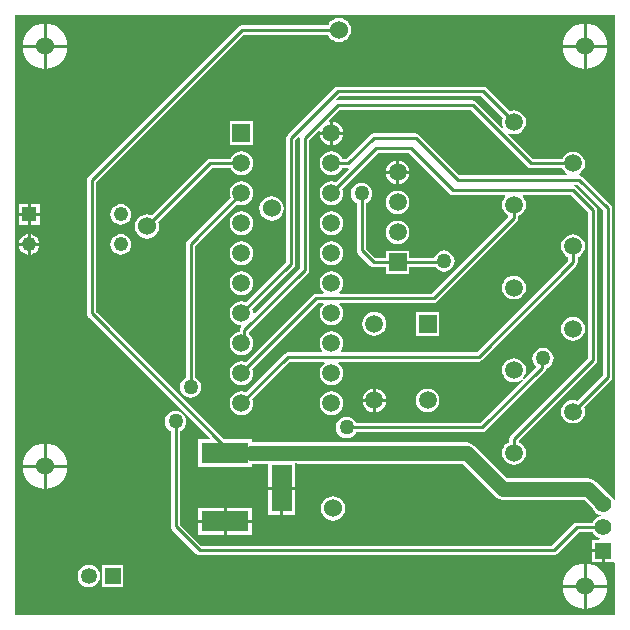
<source format=gbl>
G04*
G04 #@! TF.GenerationSoftware,Altium Limited,Altium Designer,19.1.7 (138)*
G04*
G04 Layer_Physical_Order=2*
G04 Layer_Color=16711680*
%FSLAX25Y25*%
%MOIN*%
G70*
G01*
G75*
%ADD15C,0.01000*%
%ADD22R,0.05906X0.05906*%
%ADD23R,0.05906X0.05906*%
%ADD45R,0.15748X0.07087*%
%ADD46R,0.07087X0.15748*%
%ADD47R,0.05315X0.05315*%
%ADD48C,0.05315*%
%ADD49C,0.06000*%
%ADD50C,0.04842*%
%ADD51R,0.04842X0.04842*%
%ADD52C,0.05906*%
%ADD53R,0.05512X0.05512*%
%ADD54C,0.05512*%
%ADD55C,0.05000*%
%ADD56C,0.05000*%
G36*
X200000Y200429D02*
X200000Y38991D01*
X199500Y38891D01*
X199281Y39421D01*
X198679Y40205D01*
X197894Y40807D01*
X197583Y40936D01*
X193594Y44925D01*
X192862Y45486D01*
X192011Y45839D01*
X191097Y45959D01*
X163962D01*
X152996Y56925D01*
X152265Y57486D01*
X151414Y57839D01*
X150500Y57959D01*
X94869D01*
X94391Y58022D01*
X84405D01*
X83926Y57959D01*
X78874D01*
Y58972D01*
X69620D01*
X27029Y101563D01*
Y144796D01*
X76134Y193900D01*
X104304D01*
X104506Y193412D01*
X105147Y192576D01*
X105983Y191935D01*
X106956Y191532D01*
X108000Y191395D01*
X109044Y191532D01*
X110017Y191935D01*
X110853Y192576D01*
X111494Y193412D01*
X111897Y194385D01*
X112034Y195429D01*
X111897Y196473D01*
X111494Y197446D01*
X110853Y198282D01*
X110017Y198923D01*
X109044Y199326D01*
X108000Y199464D01*
X106956Y199326D01*
X105983Y198923D01*
X105147Y198282D01*
X104506Y197446D01*
X104304Y196958D01*
X75500D01*
X74915Y196842D01*
X74419Y196511D01*
X24419Y146511D01*
X24087Y146014D01*
X23971Y145429D01*
Y100929D01*
X24087Y100344D01*
X24419Y99848D01*
X64832Y59434D01*
X64641Y58972D01*
X61126D01*
Y49886D01*
X78874D01*
Y50899D01*
X84342D01*
X84354Y50888D01*
Y43118D01*
X88898D01*
X93441D01*
Y50962D01*
X93975D01*
X94454Y50899D01*
X149038D01*
X160004Y39933D01*
X160735Y39372D01*
X161586Y39019D01*
X162500Y38899D01*
X189635D01*
X192590Y35944D01*
X192719Y35632D01*
X193321Y34848D01*
X194106Y34246D01*
X195019Y33867D01*
X195214Y33842D01*
Y33337D01*
X195019Y33312D01*
X194106Y32933D01*
X193321Y32331D01*
X192719Y31547D01*
X192568Y31182D01*
X187223D01*
X186638Y31065D01*
X186142Y30734D01*
X178867Y23459D01*
X62134D01*
X55029Y30563D01*
Y61774D01*
X55265Y61872D01*
X55996Y62433D01*
X56557Y63164D01*
X56910Y64016D01*
X57030Y64929D01*
X56910Y65843D01*
X56557Y66694D01*
X55996Y67425D01*
X55265Y67986D01*
X54414Y68339D01*
X53500Y68459D01*
X52586Y68339D01*
X51735Y67986D01*
X51004Y67425D01*
X50443Y66694D01*
X50090Y65843D01*
X49970Y64929D01*
X50090Y64016D01*
X50443Y63164D01*
X51004Y62433D01*
X51735Y61872D01*
X51971Y61774D01*
Y29929D01*
X52087Y29344D01*
X52419Y28848D01*
X60419Y20848D01*
X60915Y20516D01*
X61500Y20400D01*
X179500D01*
X180085Y20516D01*
X180581Y20848D01*
X187857Y28123D01*
X192568D01*
X192719Y27758D01*
X193321Y26974D01*
X194106Y26372D01*
X194920Y26034D01*
X194821Y25534D01*
X192244D01*
Y22278D01*
X196000D01*
Y21779D01*
X196500D01*
Y18023D01*
X199500D01*
X199756Y18023D01*
X200000Y17624D01*
Y429D01*
X0Y429D01*
X0Y200429D01*
X200000Y200429D01*
D02*
G37*
%LPC*%
G36*
X190500Y197487D02*
Y190500D01*
X197487D01*
X197391Y191470D01*
X196963Y192884D01*
X196266Y194187D01*
X195329Y195329D01*
X194187Y196266D01*
X192884Y196963D01*
X191470Y197391D01*
X190500Y197487D01*
D02*
G37*
G36*
X189500D02*
X188530Y197391D01*
X187116Y196963D01*
X185813Y196266D01*
X184671Y195329D01*
X183734Y194187D01*
X183037Y192884D01*
X182608Y191470D01*
X182513Y190500D01*
X189500D01*
Y197487D01*
D02*
G37*
G36*
X10500D02*
Y190500D01*
X17487D01*
X17391Y191470D01*
X16963Y192884D01*
X16266Y194187D01*
X15329Y195329D01*
X14187Y196266D01*
X12884Y196963D01*
X11470Y197391D01*
X10500Y197487D01*
D02*
G37*
G36*
X9500D02*
X8530Y197391D01*
X7116Y196963D01*
X5813Y196266D01*
X4671Y195329D01*
X3734Y194187D01*
X3037Y192884D01*
X2609Y191470D01*
X2513Y190500D01*
X9500D01*
Y197487D01*
D02*
G37*
G36*
X197487Y189500D02*
X190500D01*
Y182513D01*
X191470Y182608D01*
X192884Y183037D01*
X194187Y183734D01*
X195329Y184671D01*
X196266Y185813D01*
X196963Y187116D01*
X197391Y188530D01*
X197487Y189500D01*
D02*
G37*
G36*
X189500D02*
X182513D01*
X182608Y188530D01*
X183037Y187116D01*
X183734Y185813D01*
X184671Y184671D01*
X185813Y183734D01*
X187116Y183037D01*
X188530Y182608D01*
X189500Y182513D01*
Y189500D01*
D02*
G37*
G36*
X17487D02*
X10500D01*
Y182513D01*
X11470Y182608D01*
X12884Y183037D01*
X14187Y183734D01*
X15329Y184671D01*
X16266Y185813D01*
X16963Y187116D01*
X17391Y188530D01*
X17487Y189500D01*
D02*
G37*
G36*
X9500D02*
X2513D01*
X2609Y188530D01*
X3037Y187116D01*
X3734Y185813D01*
X4671Y184671D01*
X5813Y183734D01*
X7116Y183037D01*
X8530Y182608D01*
X9500Y182513D01*
Y189500D01*
D02*
G37*
G36*
X105993Y164898D02*
Y161476D01*
X109415D01*
X109344Y162008D01*
X108946Y162970D01*
X108313Y163796D01*
X107487Y164429D01*
X106525Y164827D01*
X105993Y164898D01*
D02*
G37*
G36*
X156095Y176459D02*
X107500D01*
X106915Y176342D01*
X106419Y176011D01*
X90885Y160477D01*
X90553Y159980D01*
X90437Y159395D01*
Y118082D01*
X76989Y104635D01*
X76525Y104827D01*
X75493Y104963D01*
X74462Y104827D01*
X73500Y104429D01*
X72674Y103796D01*
X72041Y102970D01*
X71642Y102008D01*
X71507Y100976D01*
X71642Y99945D01*
X72041Y98983D01*
X72674Y98157D01*
X73500Y97524D01*
X74462Y97125D01*
X75278Y97018D01*
X75473Y96506D01*
X75351Y96383D01*
X75019Y95887D01*
X74903Y95302D01*
Y94885D01*
X74462Y94827D01*
X73500Y94429D01*
X72674Y93796D01*
X72041Y92970D01*
X71642Y92008D01*
X71507Y90976D01*
X71642Y89944D01*
X72041Y88983D01*
X72674Y88157D01*
X73500Y87524D01*
X74462Y87125D01*
X75493Y86990D01*
X76525Y87125D01*
X77487Y87524D01*
X78313Y88157D01*
X78946Y88983D01*
X79344Y89944D01*
X79480Y90976D01*
X79344Y92008D01*
X78946Y92970D01*
X78313Y93796D01*
X77961Y94065D01*
Y94668D01*
X97581Y114288D01*
X97913Y114785D01*
X98029Y115370D01*
Y158796D01*
X101122Y161889D01*
X101596Y161655D01*
X101572Y161476D01*
X104993D01*
Y164898D01*
X104815Y164874D01*
X104581Y165348D01*
X108133Y168900D01*
X151866D01*
X170919Y149848D01*
X171415Y149516D01*
X172000Y149400D01*
X182355D01*
X182547Y148936D01*
X183181Y148110D01*
X184007Y147476D01*
X184050Y147459D01*
X183950Y146958D01*
X148134D01*
X134581Y160511D01*
X134085Y160842D01*
X133500Y160959D01*
X119500D01*
X118915Y160842D01*
X118419Y160511D01*
X110414Y152506D01*
X109138D01*
X108946Y152970D01*
X108313Y153796D01*
X107487Y154429D01*
X106525Y154827D01*
X105493Y154963D01*
X104462Y154827D01*
X103500Y154429D01*
X102674Y153796D01*
X102041Y152970D01*
X101642Y152008D01*
X101507Y150976D01*
X101642Y149944D01*
X102041Y148983D01*
X102674Y148157D01*
X103500Y147524D01*
X104462Y147125D01*
X105493Y146990D01*
X106525Y147125D01*
X107487Y147524D01*
X108313Y148157D01*
X108946Y148983D01*
X109138Y149447D01*
X111047D01*
X111106Y149459D01*
X111352Y148998D01*
X106989Y144635D01*
X106525Y144827D01*
X105493Y144963D01*
X104462Y144827D01*
X103500Y144429D01*
X102674Y143796D01*
X102041Y142970D01*
X101642Y142008D01*
X101507Y140976D01*
X101642Y139945D01*
X102041Y138983D01*
X102674Y138157D01*
X103500Y137524D01*
X104462Y137125D01*
X105493Y136990D01*
X106525Y137125D01*
X107487Y137524D01*
X108313Y138157D01*
X108946Y138983D01*
X109344Y139945D01*
X109480Y140976D01*
X109344Y142008D01*
X109152Y142472D01*
X121080Y154400D01*
X131367D01*
X144919Y140848D01*
X145415Y140516D01*
X146000Y140400D01*
X163319D01*
X163443Y139900D01*
X162862Y139143D01*
X162464Y138181D01*
X162328Y137150D01*
X162464Y136118D01*
X162862Y135156D01*
X163496Y134330D01*
X164322Y133697D01*
X164375Y133675D01*
X164493Y133085D01*
X138866Y107458D01*
X108223D01*
X108054Y107958D01*
X108313Y108157D01*
X108946Y108983D01*
X109344Y109944D01*
X109480Y110976D01*
X109344Y112008D01*
X108946Y112970D01*
X108313Y113796D01*
X107487Y114429D01*
X106525Y114827D01*
X105493Y114963D01*
X104462Y114827D01*
X103500Y114429D01*
X102674Y113796D01*
X102041Y112970D01*
X101642Y112008D01*
X101507Y110976D01*
X101642Y109944D01*
X102041Y108983D01*
X102674Y108157D01*
X102933Y107958D01*
X102764Y107458D01*
X100446D01*
X99861Y107342D01*
X99365Y107011D01*
X76989Y84635D01*
X76525Y84827D01*
X75493Y84963D01*
X74462Y84827D01*
X73500Y84429D01*
X72674Y83796D01*
X72041Y82970D01*
X71642Y82008D01*
X71507Y80976D01*
X71642Y79944D01*
X72041Y78983D01*
X72674Y78157D01*
X73500Y77524D01*
X74462Y77125D01*
X75493Y76990D01*
X76525Y77125D01*
X77487Y77524D01*
X78313Y78157D01*
X78946Y78983D01*
X79344Y79944D01*
X79480Y80976D01*
X79344Y82008D01*
X79152Y82472D01*
X101080Y104400D01*
X102684D01*
X102845Y103926D01*
X102674Y103796D01*
X102041Y102970D01*
X101642Y102008D01*
X101507Y100976D01*
X101642Y99945D01*
X102041Y98983D01*
X102674Y98157D01*
X103500Y97524D01*
X104462Y97125D01*
X105493Y96990D01*
X106525Y97125D01*
X107487Y97524D01*
X108313Y98157D01*
X108946Y98983D01*
X109344Y99945D01*
X109480Y100976D01*
X109344Y102008D01*
X108946Y102970D01*
X108313Y103796D01*
X108142Y103926D01*
X108303Y104400D01*
X139500D01*
X140085Y104516D01*
X140582Y104848D01*
X167349Y131615D01*
X167681Y132112D01*
X167797Y132697D01*
Y133485D01*
X168308Y133697D01*
X169134Y134330D01*
X169768Y135156D01*
X170166Y136118D01*
X170302Y137150D01*
X170166Y138181D01*
X169768Y139143D01*
X169187Y139900D01*
X169311Y140400D01*
X185366D01*
X190971Y134796D01*
Y86063D01*
X165234Y60325D01*
X164902Y59829D01*
X164786Y59244D01*
Y58117D01*
X164322Y57925D01*
X163496Y57292D01*
X162862Y56466D01*
X162464Y55504D01*
X162328Y54472D01*
X162464Y53441D01*
X162862Y52479D01*
X163496Y51653D01*
X164322Y51020D01*
X165283Y50621D01*
X166315Y50486D01*
X167347Y50621D01*
X168308Y51020D01*
X169134Y51653D01*
X169768Y52479D01*
X170166Y53441D01*
X170302Y54472D01*
X170166Y55504D01*
X169768Y56466D01*
X169134Y57292D01*
X168308Y57925D01*
X167844Y58117D01*
Y58611D01*
X193581Y84348D01*
X193913Y84844D01*
X194029Y85429D01*
Y135429D01*
X193913Y136014D01*
X193581Y136511D01*
X187082Y143011D01*
X186585Y143342D01*
X186295Y143400D01*
X186345Y143900D01*
X187366D01*
X195971Y135296D01*
Y80386D01*
X187496Y71911D01*
X187032Y72103D01*
X186000Y72239D01*
X184968Y72103D01*
X184007Y71705D01*
X183181Y71071D01*
X182547Y70245D01*
X182149Y69284D01*
X182013Y68252D01*
X182149Y67220D01*
X182547Y66259D01*
X183181Y65433D01*
X184007Y64799D01*
X184968Y64401D01*
X186000Y64265D01*
X187032Y64401D01*
X187994Y64799D01*
X188819Y65433D01*
X189453Y66259D01*
X189851Y67220D01*
X189987Y68252D01*
X189851Y69284D01*
X189659Y69748D01*
X198582Y78671D01*
X198913Y79167D01*
X199029Y79752D01*
Y135929D01*
X198913Y136514D01*
X198582Y137011D01*
X189082Y146511D01*
X188585Y146842D01*
X188034Y146952D01*
X188006Y146997D01*
X187994Y147476D01*
X188819Y148110D01*
X189453Y148936D01*
X189851Y149897D01*
X189987Y150929D01*
X189851Y151961D01*
X189453Y152923D01*
X188819Y153748D01*
X187994Y154382D01*
X187032Y154780D01*
X186000Y154916D01*
X184968Y154780D01*
X184007Y154382D01*
X183181Y153748D01*
X182547Y152923D01*
X182355Y152459D01*
X172634D01*
X164417Y160675D01*
X164700Y161099D01*
X165283Y160858D01*
X166315Y160722D01*
X167347Y160858D01*
X168308Y161256D01*
X169134Y161890D01*
X169768Y162715D01*
X170166Y163677D01*
X170302Y164709D01*
X170166Y165741D01*
X169768Y166702D01*
X169134Y167528D01*
X168308Y168161D01*
X167347Y168560D01*
X166315Y168695D01*
X165283Y168560D01*
X164819Y168368D01*
X157176Y176011D01*
X156680Y176342D01*
X156095Y176459D01*
D02*
G37*
G36*
X109415Y160476D02*
X105993D01*
Y157055D01*
X106525Y157125D01*
X107487Y157524D01*
X108313Y158157D01*
X108946Y158983D01*
X109344Y159944D01*
X109415Y160476D01*
D02*
G37*
G36*
X104993D02*
X101572D01*
X101642Y159944D01*
X102041Y158983D01*
X102674Y158157D01*
X103500Y157524D01*
X104462Y157125D01*
X104993Y157055D01*
Y160476D01*
D02*
G37*
G36*
X79446Y164929D02*
X71541D01*
Y157024D01*
X79446D01*
Y164929D01*
D02*
G37*
G36*
X128000Y151850D02*
Y148429D01*
X131421D01*
X131351Y148961D01*
X130953Y149923D01*
X130319Y150748D01*
X129493Y151382D01*
X128532Y151780D01*
X128000Y151850D01*
D02*
G37*
G36*
X127000D02*
X126468Y151780D01*
X125507Y151382D01*
X124681Y150748D01*
X124047Y149923D01*
X123649Y148961D01*
X123579Y148429D01*
X127000D01*
Y151850D01*
D02*
G37*
G36*
X75493Y154963D02*
X74462Y154827D01*
X73500Y154429D01*
X72674Y153796D01*
X72041Y152970D01*
X71848Y152506D01*
X65047D01*
X64462Y152389D01*
X63966Y152058D01*
X45532Y133624D01*
X45044Y133826D01*
X44000Y133964D01*
X42956Y133826D01*
X41983Y133423D01*
X41147Y132782D01*
X40506Y131946D01*
X40103Y130973D01*
X39966Y129929D01*
X40103Y128885D01*
X40506Y127912D01*
X41147Y127076D01*
X41983Y126435D01*
X42956Y126032D01*
X44000Y125895D01*
X45044Y126032D01*
X46017Y126435D01*
X46853Y127076D01*
X47494Y127912D01*
X47897Y128885D01*
X48035Y129929D01*
X47897Y130973D01*
X47695Y131461D01*
X65681Y149447D01*
X71848D01*
X72041Y148983D01*
X72674Y148157D01*
X73500Y147524D01*
X74462Y147125D01*
X75493Y146990D01*
X76525Y147125D01*
X77487Y147524D01*
X78313Y148157D01*
X78946Y148983D01*
X79344Y149944D01*
X79480Y150976D01*
X79344Y152008D01*
X78946Y152970D01*
X78313Y153796D01*
X77487Y154429D01*
X76525Y154827D01*
X75493Y154963D01*
D02*
G37*
G36*
X131421Y147429D02*
X128000D01*
Y144008D01*
X128532Y144078D01*
X129493Y144476D01*
X130319Y145110D01*
X130953Y145936D01*
X131351Y146897D01*
X131421Y147429D01*
D02*
G37*
G36*
X127000D02*
X123579D01*
X123649Y146897D01*
X124047Y145936D01*
X124681Y145110D01*
X125507Y144476D01*
X126468Y144078D01*
X127000Y144008D01*
Y147429D01*
D02*
G37*
G36*
X75493Y144963D02*
X74462Y144827D01*
X73500Y144429D01*
X72674Y143796D01*
X72041Y142970D01*
X71642Y142008D01*
X71507Y140976D01*
X71642Y139945D01*
X71835Y139480D01*
X57419Y125064D01*
X57087Y124568D01*
X56971Y123983D01*
Y79584D01*
X56735Y79486D01*
X56004Y78925D01*
X55443Y78194D01*
X55090Y77343D01*
X54970Y76429D01*
X55090Y75516D01*
X55443Y74664D01*
X56004Y73933D01*
X56735Y73372D01*
X57586Y73019D01*
X58500Y72899D01*
X59414Y73019D01*
X60265Y73372D01*
X60996Y73933D01*
X61557Y74664D01*
X61910Y75516D01*
X62030Y76429D01*
X61910Y77343D01*
X61557Y78194D01*
X60996Y78925D01*
X60265Y79486D01*
X60029Y79584D01*
Y123349D01*
X73997Y137318D01*
X74462Y137125D01*
X75493Y136990D01*
X76525Y137125D01*
X77487Y137524D01*
X78313Y138157D01*
X78946Y138983D01*
X79344Y139945D01*
X79480Y140976D01*
X79344Y142008D01*
X78946Y142970D01*
X78313Y143796D01*
X77487Y144429D01*
X76525Y144827D01*
X75493Y144963D01*
D02*
G37*
G36*
X8165Y137350D02*
X5244D01*
Y134429D01*
X8165D01*
Y137350D01*
D02*
G37*
G36*
X4244D02*
X1323D01*
Y134429D01*
X4244D01*
Y137350D01*
D02*
G37*
G36*
X127500Y141916D02*
X126468Y141780D01*
X125507Y141382D01*
X124681Y140748D01*
X124047Y139923D01*
X123649Y138961D01*
X123513Y137929D01*
X123649Y136897D01*
X124047Y135936D01*
X124681Y135110D01*
X125507Y134476D01*
X126468Y134078D01*
X127500Y133942D01*
X128532Y134078D01*
X129493Y134476D01*
X130319Y135110D01*
X130953Y135936D01*
X131351Y136897D01*
X131487Y137929D01*
X131351Y138961D01*
X130953Y139923D01*
X130319Y140748D01*
X129493Y141382D01*
X128532Y141780D01*
X127500Y141916D01*
D02*
G37*
G36*
X85529Y139964D02*
X84485Y139826D01*
X83512Y139423D01*
X82677Y138782D01*
X82035Y137946D01*
X81632Y136973D01*
X81495Y135929D01*
X81632Y134885D01*
X82035Y133912D01*
X82677Y133076D01*
X83512Y132435D01*
X84485Y132032D01*
X85529Y131895D01*
X86574Y132032D01*
X87547Y132435D01*
X88382Y133076D01*
X89023Y133912D01*
X89426Y134885D01*
X89564Y135929D01*
X89426Y136973D01*
X89023Y137946D01*
X88382Y138782D01*
X87547Y139423D01*
X86574Y139826D01*
X85529Y139964D01*
D02*
G37*
G36*
X8165Y133429D02*
X5244D01*
Y130508D01*
X8165D01*
Y133429D01*
D02*
G37*
G36*
X4244D02*
X1323D01*
Y130508D01*
X4244D01*
Y133429D01*
D02*
G37*
G36*
X35256Y137380D02*
X34363Y137262D01*
X33531Y136918D01*
X32816Y136369D01*
X32267Y135654D01*
X31923Y134822D01*
X31805Y133929D01*
X31923Y133036D01*
X32267Y132204D01*
X32816Y131489D01*
X33531Y130941D01*
X34363Y130596D01*
X35256Y130478D01*
X36149Y130596D01*
X36981Y130941D01*
X37696Y131489D01*
X38244Y132204D01*
X38589Y133036D01*
X38707Y133929D01*
X38589Y134822D01*
X38244Y135654D01*
X37696Y136369D01*
X36981Y136918D01*
X36149Y137262D01*
X35256Y137380D01*
D02*
G37*
G36*
X105493Y134963D02*
X104462Y134827D01*
X103500Y134429D01*
X102674Y133796D01*
X102041Y132970D01*
X101642Y132008D01*
X101507Y130976D01*
X101642Y129945D01*
X102041Y128983D01*
X102674Y128157D01*
X103500Y127524D01*
X104462Y127125D01*
X105493Y126990D01*
X106525Y127125D01*
X107487Y127524D01*
X108313Y128157D01*
X108946Y128983D01*
X109344Y129945D01*
X109480Y130976D01*
X109344Y132008D01*
X108946Y132970D01*
X108313Y133796D01*
X107487Y134429D01*
X106525Y134827D01*
X105493Y134963D01*
D02*
G37*
G36*
X75493D02*
X74462Y134827D01*
X73500Y134429D01*
X72674Y133796D01*
X72041Y132970D01*
X71642Y132008D01*
X71507Y130976D01*
X71642Y129945D01*
X72041Y128983D01*
X72674Y128157D01*
X73500Y127524D01*
X74462Y127125D01*
X75493Y126990D01*
X76525Y127125D01*
X77487Y127524D01*
X78313Y128157D01*
X78946Y128983D01*
X79344Y129945D01*
X79480Y130976D01*
X79344Y132008D01*
X78946Y132970D01*
X78313Y133796D01*
X77487Y134429D01*
X76525Y134827D01*
X75493Y134963D01*
D02*
G37*
G36*
X5244Y127314D02*
Y124429D01*
X8129D01*
X8077Y124822D01*
X7733Y125654D01*
X7184Y126369D01*
X6470Y126918D01*
X5637Y127262D01*
X5244Y127314D01*
D02*
G37*
G36*
X4244D02*
X3851Y127262D01*
X3019Y126918D01*
X2304Y126369D01*
X1756Y125654D01*
X1411Y124822D01*
X1359Y124429D01*
X4244D01*
Y127314D01*
D02*
G37*
G36*
X127500Y131916D02*
X126468Y131780D01*
X125507Y131382D01*
X124681Y130748D01*
X124047Y129923D01*
X123649Y128961D01*
X123513Y127929D01*
X123649Y126897D01*
X124047Y125936D01*
X124681Y125110D01*
X125507Y124476D01*
X126468Y124078D01*
X127500Y123942D01*
X128532Y124078D01*
X129493Y124476D01*
X130319Y125110D01*
X130953Y125936D01*
X131351Y126897D01*
X131487Y127929D01*
X131351Y128961D01*
X130953Y129923D01*
X130319Y130748D01*
X129493Y131382D01*
X128532Y131780D01*
X127500Y131916D01*
D02*
G37*
G36*
X8129Y123429D02*
X5244D01*
Y120544D01*
X5637Y120596D01*
X6470Y120941D01*
X7184Y121489D01*
X7733Y122204D01*
X8077Y123036D01*
X8129Y123429D01*
D02*
G37*
G36*
X4244D02*
X1359D01*
X1411Y123036D01*
X1756Y122204D01*
X2304Y121489D01*
X3019Y120941D01*
X3851Y120596D01*
X4244Y120544D01*
Y123429D01*
D02*
G37*
G36*
X35256Y127380D02*
X34363Y127262D01*
X33531Y126918D01*
X32816Y126369D01*
X32267Y125654D01*
X31923Y124822D01*
X31805Y123929D01*
X31923Y123036D01*
X32267Y122204D01*
X32816Y121489D01*
X33531Y120941D01*
X34363Y120596D01*
X35256Y120478D01*
X36149Y120596D01*
X36981Y120941D01*
X37696Y121489D01*
X38244Y122204D01*
X38589Y123036D01*
X38707Y123929D01*
X38589Y124822D01*
X38244Y125654D01*
X37696Y126369D01*
X36981Y126918D01*
X36149Y127262D01*
X35256Y127380D01*
D02*
G37*
G36*
X105493Y124963D02*
X104462Y124827D01*
X103500Y124429D01*
X102674Y123796D01*
X102041Y122970D01*
X101642Y122008D01*
X101507Y120976D01*
X101642Y119945D01*
X102041Y118983D01*
X102674Y118157D01*
X103500Y117524D01*
X104462Y117125D01*
X105493Y116990D01*
X106525Y117125D01*
X107487Y117524D01*
X108313Y118157D01*
X108946Y118983D01*
X109344Y119945D01*
X109480Y120976D01*
X109344Y122008D01*
X108946Y122970D01*
X108313Y123796D01*
X107487Y124429D01*
X106525Y124827D01*
X105493Y124963D01*
D02*
G37*
G36*
X75493D02*
X74462Y124827D01*
X73500Y124429D01*
X72674Y123796D01*
X72041Y122970D01*
X71642Y122008D01*
X71507Y120976D01*
X71642Y119945D01*
X72041Y118983D01*
X72674Y118157D01*
X73500Y117524D01*
X74462Y117125D01*
X75493Y116990D01*
X76525Y117125D01*
X77487Y117524D01*
X78313Y118157D01*
X78946Y118983D01*
X79344Y119945D01*
X79480Y120976D01*
X79344Y122008D01*
X78946Y122970D01*
X78313Y123796D01*
X77487Y124429D01*
X76525Y124827D01*
X75493Y124963D01*
D02*
G37*
G36*
X115500Y144459D02*
X114586Y144339D01*
X113735Y143986D01*
X113004Y143425D01*
X112443Y142694D01*
X112090Y141843D01*
X111970Y140929D01*
X112090Y140015D01*
X112443Y139164D01*
X113004Y138433D01*
X113735Y137872D01*
X113971Y137774D01*
Y121929D01*
X114087Y121344D01*
X114419Y120848D01*
X118419Y116848D01*
X118915Y116516D01*
X119500Y116400D01*
X123547D01*
Y113976D01*
X131453D01*
Y116400D01*
X140146D01*
X140504Y115933D01*
X141235Y115372D01*
X142086Y115019D01*
X143000Y114899D01*
X143914Y115019D01*
X144765Y115372D01*
X145496Y115933D01*
X146057Y116664D01*
X146410Y117516D01*
X146530Y118429D01*
X146410Y119343D01*
X146057Y120194D01*
X145496Y120925D01*
X144765Y121486D01*
X143914Y121839D01*
X143000Y121959D01*
X142086Y121839D01*
X141235Y121486D01*
X140504Y120925D01*
X139943Y120194D01*
X139638Y119458D01*
X131453D01*
Y121882D01*
X123547D01*
Y119458D01*
X120133D01*
X117029Y122563D01*
Y137774D01*
X117265Y137872D01*
X117996Y138433D01*
X118557Y139164D01*
X118910Y140015D01*
X119030Y140929D01*
X118910Y141843D01*
X118557Y142694D01*
X117996Y143425D01*
X117265Y143986D01*
X116414Y144339D01*
X115500Y144459D01*
D02*
G37*
G36*
X75493Y114963D02*
X74462Y114827D01*
X73500Y114429D01*
X72674Y113796D01*
X72041Y112970D01*
X71642Y112008D01*
X71507Y110976D01*
X71642Y109944D01*
X72041Y108983D01*
X72674Y108157D01*
X73500Y107524D01*
X74462Y107125D01*
X75493Y106990D01*
X76525Y107125D01*
X77487Y107524D01*
X78313Y108157D01*
X78946Y108983D01*
X79344Y109944D01*
X79480Y110976D01*
X79344Y112008D01*
X78946Y112970D01*
X78313Y113796D01*
X77487Y114429D01*
X76525Y114827D01*
X75493Y114963D01*
D02*
G37*
G36*
X166315Y113577D02*
X165283Y113442D01*
X164322Y113043D01*
X163496Y112410D01*
X162862Y111584D01*
X162464Y110622D01*
X162328Y109591D01*
X162464Y108559D01*
X162862Y107597D01*
X163496Y106771D01*
X164322Y106138D01*
X165283Y105739D01*
X166315Y105604D01*
X167347Y105739D01*
X168308Y106138D01*
X169134Y106771D01*
X169768Y107597D01*
X170166Y108559D01*
X170302Y109591D01*
X170166Y110622D01*
X169768Y111584D01*
X169134Y112410D01*
X168308Y113043D01*
X167347Y113442D01*
X166315Y113577D01*
D02*
G37*
G36*
X141453Y101472D02*
X133547D01*
Y93567D01*
X141453D01*
Y101472D01*
D02*
G37*
G36*
X119783Y101507D02*
X118752Y101371D01*
X117790Y100972D01*
X116964Y100339D01*
X116331Y99513D01*
X115933Y98552D01*
X115797Y97520D01*
X115933Y96488D01*
X116331Y95526D01*
X116964Y94700D01*
X117790Y94067D01*
X118752Y93669D01*
X119783Y93533D01*
X120815Y93669D01*
X121777Y94067D01*
X122603Y94700D01*
X123236Y95526D01*
X123635Y96488D01*
X123770Y97520D01*
X123635Y98552D01*
X123236Y99513D01*
X122603Y100339D01*
X121777Y100972D01*
X120815Y101371D01*
X119783Y101507D01*
D02*
G37*
G36*
X186000Y99798D02*
X184968Y99662D01*
X184007Y99264D01*
X183181Y98630D01*
X182547Y97804D01*
X182149Y96843D01*
X182013Y95811D01*
X182149Y94779D01*
X182547Y93818D01*
X183181Y92992D01*
X184007Y92358D01*
X184968Y91960D01*
X186000Y91824D01*
X187032Y91960D01*
X187994Y92358D01*
X188819Y92992D01*
X189453Y93818D01*
X189851Y94779D01*
X189987Y95811D01*
X189851Y96843D01*
X189453Y97804D01*
X188819Y98630D01*
X187994Y99264D01*
X187032Y99662D01*
X186000Y99798D01*
D02*
G37*
G36*
Y127357D02*
X184968Y127221D01*
X184007Y126823D01*
X183181Y126189D01*
X182547Y125364D01*
X182149Y124402D01*
X182013Y123370D01*
X182149Y122338D01*
X182547Y121377D01*
X183181Y120551D01*
X184007Y119917D01*
X184471Y119725D01*
Y118563D01*
X153867Y87959D01*
X108790D01*
X108544Y88459D01*
X108946Y88983D01*
X109344Y89944D01*
X109480Y90976D01*
X109344Y92008D01*
X108946Y92970D01*
X108313Y93796D01*
X107487Y94429D01*
X106525Y94827D01*
X105493Y94963D01*
X104462Y94827D01*
X103500Y94429D01*
X102674Y93796D01*
X102041Y92970D01*
X101642Y92008D01*
X101507Y90976D01*
X101642Y89944D01*
X102041Y88983D01*
X102443Y88459D01*
X102197Y87959D01*
X90946D01*
X90361Y87842D01*
X89865Y87511D01*
X76989Y74635D01*
X76525Y74827D01*
X75493Y74963D01*
X74462Y74827D01*
X73500Y74429D01*
X72674Y73796D01*
X72041Y72970D01*
X71642Y72008D01*
X71507Y70976D01*
X71642Y69945D01*
X72041Y68983D01*
X72674Y68157D01*
X73500Y67524D01*
X74462Y67125D01*
X75493Y66990D01*
X76525Y67125D01*
X77487Y67524D01*
X78313Y68157D01*
X78946Y68983D01*
X79344Y69945D01*
X79480Y70976D01*
X79344Y72008D01*
X79152Y72472D01*
X91580Y84900D01*
X103147D01*
X103463Y84455D01*
X103462Y84400D01*
X102674Y83796D01*
X102041Y82970D01*
X101642Y82008D01*
X101507Y80976D01*
X101642Y79944D01*
X102041Y78983D01*
X102674Y78157D01*
X103500Y77524D01*
X104462Y77125D01*
X105493Y76990D01*
X106525Y77125D01*
X107487Y77524D01*
X108313Y78157D01*
X108946Y78983D01*
X109344Y79944D01*
X109480Y80976D01*
X109344Y82008D01*
X108946Y82970D01*
X108313Y83796D01*
X107525Y84400D01*
X107524Y84455D01*
X107840Y84900D01*
X154500D01*
X155085Y85016D01*
X155581Y85348D01*
X187082Y116848D01*
X187413Y117344D01*
X187529Y117929D01*
Y119725D01*
X187994Y119917D01*
X188819Y120551D01*
X189453Y121377D01*
X189851Y122338D01*
X189987Y123370D01*
X189851Y124402D01*
X189453Y125364D01*
X188819Y126189D01*
X187994Y126823D01*
X187032Y127221D01*
X186000Y127357D01*
D02*
G37*
G36*
X176000Y89459D02*
X175086Y89339D01*
X174235Y88986D01*
X173504Y88425D01*
X172943Y87694D01*
X172590Y86843D01*
X172470Y85929D01*
X172590Y85015D01*
X172943Y84164D01*
X173504Y83433D01*
X173535Y82955D01*
X169673Y79094D01*
X169297Y79424D01*
X169768Y80038D01*
X170166Y81000D01*
X170302Y82032D01*
X170166Y83063D01*
X169768Y84025D01*
X169134Y84851D01*
X168308Y85484D01*
X167347Y85883D01*
X166315Y86018D01*
X165283Y85883D01*
X164322Y85484D01*
X163496Y84851D01*
X162862Y84025D01*
X162464Y83063D01*
X162328Y82032D01*
X162464Y81000D01*
X162862Y80038D01*
X163496Y79212D01*
X164322Y78579D01*
X165283Y78180D01*
X166315Y78045D01*
X167347Y78180D01*
X168308Y78579D01*
X168922Y79050D01*
X169253Y78673D01*
X155038Y64459D01*
X113655D01*
X113557Y64694D01*
X112996Y65425D01*
X112265Y65986D01*
X111414Y66339D01*
X110500Y66459D01*
X109586Y66339D01*
X108735Y65986D01*
X108004Y65425D01*
X107443Y64694D01*
X107090Y63843D01*
X106970Y62929D01*
X107090Y62015D01*
X107443Y61164D01*
X108004Y60433D01*
X108735Y59872D01*
X109586Y59519D01*
X110500Y59399D01*
X111414Y59519D01*
X112265Y59872D01*
X112996Y60433D01*
X113557Y61164D01*
X113655Y61400D01*
X155672D01*
X156257Y61516D01*
X156753Y61848D01*
X176582Y81676D01*
X176913Y82172D01*
X176988Y82550D01*
X177765Y82872D01*
X178496Y83433D01*
X179057Y84164D01*
X179410Y85015D01*
X179530Y85929D01*
X179410Y86843D01*
X179057Y87694D01*
X178496Y88425D01*
X177765Y88986D01*
X176914Y89339D01*
X176000Y89459D01*
D02*
G37*
G36*
X120283Y75850D02*
Y72429D01*
X123705D01*
X123635Y72961D01*
X123236Y73923D01*
X122603Y74748D01*
X121777Y75382D01*
X120815Y75780D01*
X120283Y75850D01*
D02*
G37*
G36*
X119283D02*
X118752Y75780D01*
X117790Y75382D01*
X116964Y74748D01*
X116331Y73923D01*
X115933Y72961D01*
X115862Y72429D01*
X119283D01*
Y75850D01*
D02*
G37*
G36*
X123705Y71429D02*
X120283D01*
Y68008D01*
X120815Y68078D01*
X121777Y68476D01*
X122603Y69110D01*
X123236Y69936D01*
X123635Y70897D01*
X123705Y71429D01*
D02*
G37*
G36*
X119283D02*
X115862D01*
X115933Y70897D01*
X116331Y69936D01*
X116964Y69110D01*
X117790Y68476D01*
X118752Y68078D01*
X119283Y68008D01*
Y71429D01*
D02*
G37*
G36*
X137500Y75916D02*
X136468Y75780D01*
X135507Y75382D01*
X134681Y74748D01*
X134047Y73923D01*
X133649Y72961D01*
X133513Y71929D01*
X133649Y70897D01*
X134047Y69936D01*
X134681Y69110D01*
X135507Y68476D01*
X136468Y68078D01*
X137500Y67942D01*
X138532Y68078D01*
X139494Y68476D01*
X140319Y69110D01*
X140953Y69936D01*
X141351Y70897D01*
X141487Y71929D01*
X141351Y72961D01*
X140953Y73923D01*
X140319Y74748D01*
X139494Y75382D01*
X138532Y75780D01*
X137500Y75916D01*
D02*
G37*
G36*
X105493Y74963D02*
X104462Y74827D01*
X103500Y74429D01*
X102674Y73796D01*
X102041Y72970D01*
X101642Y72008D01*
X101507Y70976D01*
X101642Y69945D01*
X102041Y68983D01*
X102674Y68157D01*
X103500Y67524D01*
X104462Y67125D01*
X105493Y66990D01*
X106525Y67125D01*
X107487Y67524D01*
X108313Y68157D01*
X108946Y68983D01*
X109344Y69945D01*
X109480Y70976D01*
X109344Y72008D01*
X108946Y72970D01*
X108313Y73796D01*
X107487Y74429D01*
X106525Y74827D01*
X105493Y74963D01*
D02*
G37*
G36*
X10500Y57487D02*
Y50500D01*
X17487D01*
X17391Y51470D01*
X16963Y52884D01*
X16266Y54187D01*
X15329Y55329D01*
X14187Y56266D01*
X12884Y56963D01*
X11470Y57392D01*
X10500Y57487D01*
D02*
G37*
G36*
X9500D02*
X8530Y57392D01*
X7116Y56963D01*
X5813Y56266D01*
X4671Y55329D01*
X3734Y54187D01*
X3037Y52884D01*
X2609Y51470D01*
X2513Y50500D01*
X9500D01*
Y57487D01*
D02*
G37*
G36*
X17487Y49500D02*
X10500D01*
Y42513D01*
X11470Y42608D01*
X12884Y43037D01*
X14187Y43734D01*
X15329Y44671D01*
X16266Y45813D01*
X16963Y47116D01*
X17391Y48530D01*
X17487Y49500D01*
D02*
G37*
G36*
X9500D02*
X2513D01*
X2609Y48530D01*
X3037Y47116D01*
X3734Y45813D01*
X4671Y44671D01*
X5813Y43734D01*
X7116Y43037D01*
X8530Y42608D01*
X9500Y42513D01*
Y49500D01*
D02*
G37*
G36*
X93441Y42118D02*
X89398D01*
Y33744D01*
X93441D01*
Y42118D01*
D02*
G37*
G36*
X88398D02*
X84354D01*
Y33744D01*
X88398D01*
Y42118D01*
D02*
G37*
G36*
X78874Y36138D02*
X70500D01*
Y32094D01*
X78874D01*
Y36138D01*
D02*
G37*
G36*
X69500D02*
X61126D01*
Y32094D01*
X69500D01*
Y36138D01*
D02*
G37*
G36*
X106000Y39964D02*
X104956Y39826D01*
X103983Y39423D01*
X103147Y38782D01*
X102506Y37946D01*
X102103Y36973D01*
X101965Y35929D01*
X102103Y34885D01*
X102506Y33912D01*
X103147Y33076D01*
X103983Y32435D01*
X104956Y32032D01*
X106000Y31895D01*
X107044Y32032D01*
X108017Y32435D01*
X108853Y33076D01*
X109494Y33912D01*
X109897Y34885D01*
X110035Y35929D01*
X109897Y36973D01*
X109494Y37946D01*
X108853Y38782D01*
X108017Y39423D01*
X107044Y39826D01*
X106000Y39964D01*
D02*
G37*
G36*
X78874Y31095D02*
X70500D01*
Y27051D01*
X78874D01*
Y31095D01*
D02*
G37*
G36*
X69500D02*
X61126D01*
Y27051D01*
X69500D01*
Y31095D01*
D02*
G37*
G36*
X195500Y21279D02*
X192244D01*
Y18023D01*
X195500D01*
Y21279D01*
D02*
G37*
G36*
X190500Y17487D02*
Y10500D01*
X197487D01*
X197391Y11470D01*
X196963Y12884D01*
X196266Y14187D01*
X195329Y15329D01*
X194187Y16266D01*
X192884Y16963D01*
X191470Y17391D01*
X190500Y17487D01*
D02*
G37*
G36*
X189500D02*
X188530Y17391D01*
X187116Y16963D01*
X185813Y16266D01*
X184671Y15329D01*
X183734Y14187D01*
X183037Y12884D01*
X182608Y11470D01*
X182513Y10500D01*
X189500D01*
Y17487D01*
D02*
G37*
G36*
X36158Y17087D02*
X28842D01*
Y9772D01*
X36158D01*
Y17087D01*
D02*
G37*
G36*
X24626Y17118D02*
X23671Y16993D01*
X22782Y16624D01*
X22017Y16038D01*
X21431Y15274D01*
X21063Y14384D01*
X20937Y13429D01*
X21063Y12474D01*
X21431Y11585D01*
X22017Y10821D01*
X22782Y10234D01*
X23671Y9866D01*
X24626Y9740D01*
X25581Y9866D01*
X26471Y10234D01*
X27235Y10821D01*
X27821Y11585D01*
X28189Y12474D01*
X28315Y13429D01*
X28189Y14384D01*
X27821Y15274D01*
X27235Y16038D01*
X26471Y16624D01*
X25581Y16993D01*
X24626Y17118D01*
D02*
G37*
G36*
X197487Y9500D02*
X190500D01*
Y2513D01*
X191470Y2609D01*
X192884Y3037D01*
X194187Y3734D01*
X195329Y4671D01*
X196266Y5813D01*
X196963Y7116D01*
X197391Y8530D01*
X197487Y9500D01*
D02*
G37*
G36*
X189500D02*
X182513D01*
X182608Y8530D01*
X183037Y7116D01*
X183734Y5813D01*
X184671Y4671D01*
X185813Y3734D01*
X187116Y3037D01*
X188530Y2609D01*
X189500Y2513D01*
Y9500D01*
D02*
G37*
%LPD*%
G36*
X162656Y166205D02*
X162464Y165741D01*
X162328Y164709D01*
X162464Y163677D01*
X162706Y163094D01*
X162282Y162810D01*
X153582Y171511D01*
X153085Y171842D01*
X152500Y171958D01*
X107500D01*
X107374Y171933D01*
X107128Y172394D01*
X108133Y173400D01*
X155461D01*
X162656Y166205D01*
D02*
G37*
G36*
X94996Y159555D02*
X94971Y159429D01*
Y116003D01*
X79964Y100997D01*
X79452Y101192D01*
X79344Y102008D01*
X79152Y102472D01*
X93047Y116368D01*
X93379Y116864D01*
X93495Y117449D01*
Y158762D01*
X94535Y159801D01*
X94996Y159555D01*
D02*
G37*
D15*
X25500Y100929D02*
X72000Y54429D01*
X179500Y21929D02*
X187223Y29653D01*
X61500Y21929D02*
X179500D01*
X53500Y29929D02*
X61500Y21929D01*
X53500Y29929D02*
Y64929D01*
X110500Y62929D02*
X155672D01*
X175500Y82758D01*
Y85429D01*
X176000Y85929D01*
X127500Y117929D02*
X140500D01*
X187223Y29653D02*
X196000D01*
X72000Y54429D02*
X78500D01*
X25500Y100929D02*
Y145429D01*
X58500Y78929D02*
Y123983D01*
X75493Y140976D01*
X119500Y117929D02*
X127500D01*
X115500Y121929D02*
X119500Y117929D01*
X115500Y121929D02*
Y140929D01*
X166315Y54472D02*
Y59244D01*
X192500Y85429D01*
Y135429D01*
X186000Y141929D02*
X192500Y135429D01*
X146000Y141929D02*
X186000D01*
X132000Y155929D02*
X146000Y141929D01*
X120446Y155929D02*
X132000D01*
X105493Y140976D02*
X120446Y155929D01*
X188000Y145429D02*
X197500Y135929D01*
Y79752D02*
Y135929D01*
X186000Y68252D02*
X197500Y79752D01*
X147500Y145429D02*
X188000D01*
X133500Y159429D02*
X147500Y145429D01*
X119500Y159429D02*
X133500D01*
X111047Y150976D02*
X119500Y159429D01*
X105493Y150976D02*
X111047D01*
X154500Y86429D02*
X186000Y117929D01*
Y123370D01*
X90946Y86429D02*
X154500D01*
X75493Y70976D02*
X90946Y86429D01*
X139500Y105929D02*
X166268Y132697D01*
Y137102D01*
X166315Y137150D01*
X100446Y105929D02*
X139500D01*
X75493Y80976D02*
X100446Y105929D01*
X172000Y150929D02*
X186000D01*
X152500Y170429D02*
X172000Y150929D01*
X107500Y170429D02*
X152500D01*
X156095Y174929D02*
X166315Y164709D01*
X96500Y159429D02*
X107500Y170429D01*
X96500Y115370D02*
Y159429D01*
X76432Y95302D02*
X96500Y115370D01*
X76432Y91915D02*
Y95302D01*
X75493Y90976D02*
X76432Y91915D01*
X107500Y174929D02*
X156095D01*
X91966Y159395D02*
X107500Y174929D01*
X91966Y117449D02*
Y159395D01*
X75493Y100976D02*
X91966Y117449D01*
X44000Y129929D02*
X65047Y150976D01*
X75493D01*
X25500Y145429D02*
X75500Y195429D01*
X108000D01*
D22*
X127500Y117929D02*
D03*
X137500Y97520D02*
D03*
D23*
X75493Y160976D02*
D03*
D45*
X70000Y54429D02*
D03*
Y31594D02*
D03*
D46*
X88898Y42618D02*
D03*
D47*
X32500Y13429D02*
D03*
D48*
X24626D02*
D03*
D49*
X85529Y135929D02*
D03*
X10000Y50000D02*
D03*
X106000Y35929D02*
D03*
X108000Y195429D02*
D03*
X44000Y129929D02*
D03*
X190000Y190000D02*
D03*
Y10000D02*
D03*
X10000Y190000D02*
D03*
D50*
X35256Y133929D02*
D03*
Y123929D02*
D03*
X4744D02*
D03*
D51*
Y133929D02*
D03*
D52*
X166315Y54472D02*
D03*
X186000Y68252D02*
D03*
X166315Y82032D02*
D03*
X186000Y95811D02*
D03*
X166315Y109591D02*
D03*
X186000Y123370D02*
D03*
X166315Y137150D02*
D03*
X186000Y150929D02*
D03*
X166315Y164709D02*
D03*
X127500Y147929D02*
D03*
Y137929D02*
D03*
Y127929D02*
D03*
X119783Y97520D02*
D03*
Y71929D02*
D03*
X137500D02*
D03*
X75493Y150976D02*
D03*
Y140976D02*
D03*
Y130976D02*
D03*
Y120976D02*
D03*
Y110976D02*
D03*
Y100976D02*
D03*
Y90976D02*
D03*
Y80976D02*
D03*
Y70976D02*
D03*
X105493Y160976D02*
D03*
Y150976D02*
D03*
Y140976D02*
D03*
Y130976D02*
D03*
Y120976D02*
D03*
Y110976D02*
D03*
Y100976D02*
D03*
Y90976D02*
D03*
Y80976D02*
D03*
Y70976D02*
D03*
D53*
X196000Y21779D02*
D03*
D54*
Y29653D02*
D03*
Y37527D02*
D03*
D55*
X110500Y62929D02*
D03*
X176000Y85929D02*
D03*
X143000Y118429D02*
D03*
X53500Y64929D02*
D03*
X58500Y76429D02*
D03*
X115500Y140929D02*
D03*
D56*
X94454Y54429D02*
X150500D01*
X94391Y54492D02*
X94454Y54429D01*
X84405Y54492D02*
X94391D01*
X84342Y54429D02*
X84405Y54492D01*
X78500Y54429D02*
X84342D01*
X150500D02*
X162500Y42429D01*
X191097D01*
X196000Y37527D01*
M02*

</source>
